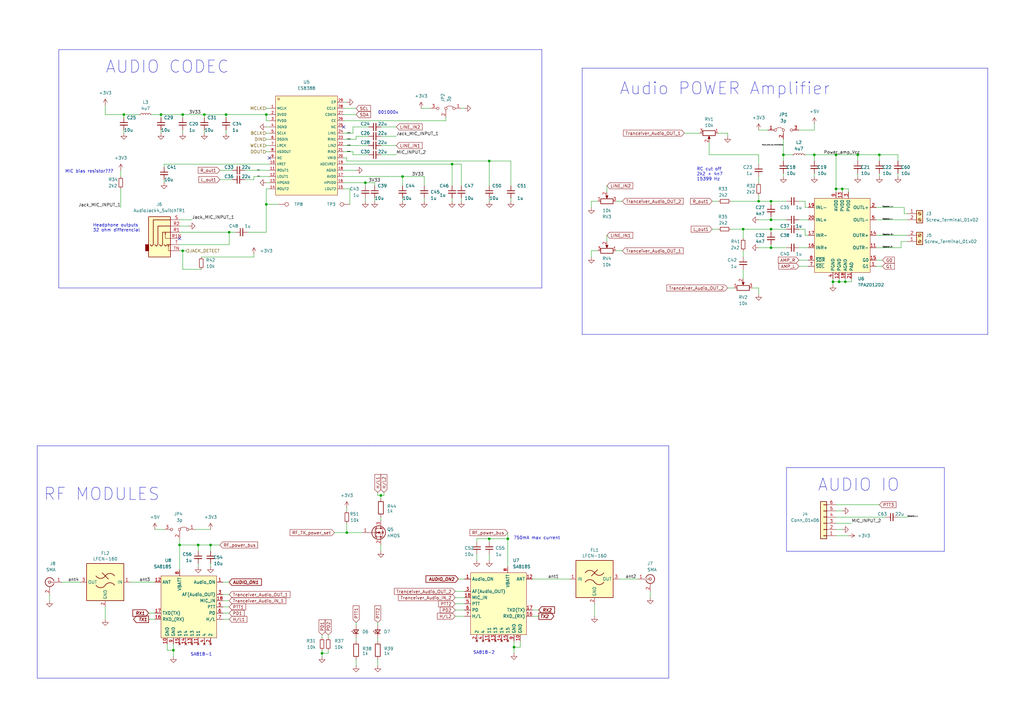
<source format=kicad_sch>
(kicad_sch (version 20230121) (generator eeschema)
  (paper "A3")
  (title_block (title "Cross band handy walkie talkie V2") (date "2023-03-19") (comment 1 "Author: Kecs Robert Alfred") (comment 2 "Reviewed by: Andreas Spiess"))
  (junction (at 316.23 101.6))
  (junction (at 351.79 63.5))
  (junction (at 344.17 115.57))
  (junction (at 92.71 46.99))
  (junction (at 74.93 46.99))
  (junction (at 83.82 46.99))
  (junction (at 81.28 223.52))
  (junction (at 342.9 63.5))
  (junction (at 73.66 223.52))
  (junction (at 341.63 115.57))
  (junction (at 66.04 46.99))
  (junction (at 210.82 265.43))
  (junction (at 321.31 63.5))
  (junction (at 156.21 203.2))
  (junction (at 304.8 93.98))
  (junction (at 208.28 220.98))
  (junction (at 71.12 266.7))
  (junction (at 109.22 83.82))
  (junction (at 316.23 90.17))
  (junction (at 200.66 66.04))
  (junction (at 132.08 267.97))
  (junction (at 149.86 74.93))
  (junction (at 50.8 46.99))
  (junction (at 165.1 72.39))
  (junction (at 316.23 82.55))
  (junction (at 346.71 115.57))
  (junction (at 334.01 63.5))
  (junction (at 109.22 46.99))
  (junction (at 342.9 77.47))
  (junction (at 360.68 63.5))
  (junction (at 93.98 95.25))
  (junction (at 316.23 93.98))
  (junction (at 311.15 82.55))
  (junction (at 185.42 67.31))
  (junction (at 74.93 102.87))
  (junction (at 200.66 220.98))
  (junction (at 345.44 77.47))
  (junction (at 86.36 223.52))
  (junction (at 142.24 218.44))
  (no_connect (at 110.49 64.77))
  (no_connect (at 73.66 97.79))
  (no_connect (at 140.97 52.07))
  (wire (pts (xy 334.01 63.5) (xy 334.01 66.04)))
  (wire (pts (xy 242.57 82.55) (xy 245.11 82.55)))
  (wire (pts (xy 242.57 82.55) (xy 242.57 85.09)))
  (wire (pts (xy 49.53 69.85) (xy 49.53 72.39)))
  (wire (pts (xy 334.01 50.8) (xy 334.01 53.34)))
  (wire (pts (xy 342.9 207.01) (xy 360.68 207.01)))
  (polyline (pts (xy 274.32 182.88) (xy 274.32 278.13)))
  (wire (pts (xy 347.98 219.71) (xy 342.9 219.71)))
  (wire (pts (xy 156.21 203.2) (xy 156.21 204.47)))
  (wire (pts (xy 67.31 67.31) (xy 110.49 67.31)))
  (wire (pts (xy 210.82 262.89) (xy 210.82 265.43)))
  (wire (pts (xy 243.84 252.73) (xy 243.84 247.65)))
  (wire (pts (xy 109.22 54.61) (xy 110.49 54.61)))
  (wire (pts (xy 345.44 217.17) (xy 342.9 217.17)))
  (wire (pts (xy 109.22 83.82) (xy 109.22 95.25)))
  (wire (pts (xy 347.98 77.47) (xy 347.98 78.74)))
  (wire (pts (xy 104.14 72.39) (xy 104.14 73.66)))
  (wire (pts (xy 81.28 231.14) (xy 81.28 232.41)))
  (wire (pts (xy 104.14 73.66) (xy 100.33 73.66)))
  (wire (pts (xy 132.08 260.35) (xy 132.08 261.62)))
  (wire (pts (xy 83.82 53.34) (xy 83.82 54.61)))
  (wire (pts (xy 73.66 90.17) (xy 78.74 90.17)))
  (wire (pts (xy 92.71 46.99) (xy 109.22 46.99)))
  (wire (pts (xy 86.36 223.52) (xy 90.17 223.52)))
  (wire (pts (xy 189.23 81.28) (xy 189.23 82.55)))
  (wire (pts (xy 189.23 44.45) (xy 190.5 44.45)))
  (wire (pts (xy 154.94 201.93) (xy 154.94 203.2)))
  (wire (pts (xy 140.97 59.69) (xy 151.13 59.69)))
  (polyline (pts (xy 24.13 118.11) (xy 222.25 118.11)))
  (wire (pts (xy 316.23 93.98) (xy 322.58 93.98)))
  (wire (pts (xy 351.79 63.5) (xy 360.68 63.5)))
  (wire (pts (xy 156.21 63.5) (xy 162.56 63.5)))
  (wire (pts (xy 370.84 85.09) (xy 370.84 87.63)))
  (wire (pts (xy 173.99 76.2) (xy 173.99 72.39)))
  (wire (pts (xy 195.58 220.98) (xy 200.66 220.98)))
  (polyline (pts (xy 387.35 226.06) (xy 322.58 226.06)))
  (wire (pts (xy 311.15 80.01) (xy 311.15 82.55)))
  (wire (pts (xy 132.08 266.7) (xy 132.08 267.97)))
  (wire (pts (xy 33.02 238.76) (xy 25.4 238.76)))
  (wire (pts (xy 68.58 266.7) (xy 71.12 266.7)))
  (wire (pts (xy 316.23 101.6) (xy 322.58 101.6)))
  (wire (pts (xy 140.97 74.93) (xy 149.86 74.93)))
  (wire (pts (xy 341.63 114.3) (xy 341.63 115.57)))
  (wire (pts (xy 359.41 90.17) (xy 372.11 90.17)))
  (wire (pts (xy 144.78 52.07) (xy 151.13 52.07)))
  (wire (pts (xy 73.66 223.52) (xy 81.28 223.52)))
  (wire (pts (xy 316.23 88.9) (xy 316.23 90.17)))
  (wire (pts (xy 109.22 77.47) (xy 110.49 77.47)))
  (wire (pts (xy 165.1 81.28) (xy 165.1 82.55)))
  (wire (pts (xy 200.66 66.04) (xy 200.66 76.2)))
  (wire (pts (xy 304.8 93.98) (xy 316.23 93.98)))
  (wire (pts (xy 50.8 46.99) (xy 50.8 48.26)))
  (wire (pts (xy 66.04 46.99) (xy 74.93 46.99)))
  (wire (pts (xy 140.97 64.77) (xy 142.24 64.77)))
  (wire (pts (xy 20.32 243.84) (xy 20.32 246.38)))
  (wire (pts (xy 142.24 64.77) (xy 142.24 66.04)))
  (polyline (pts (xy 322.58 226.06) (xy 322.58 191.77)))
  (wire (pts (xy 93.98 254) (xy 91.44 254)))
  (wire (pts (xy 71.12 266.7) (xy 71.12 269.24)))
  (wire (pts (xy 195.58 227.33) (xy 195.58 229.87)))
  (wire (pts (xy 144.78 54.61) (xy 144.78 52.07)))
  (wire (pts (xy 311.15 118.11) (xy 311.15 120.65)))
  (wire (pts (xy 248.92 76.2) (xy 248.92 78.74)))
  (wire (pts (xy 66.04 53.34) (xy 66.04 54.61)))
  (wire (pts (xy 292.1 93.98) (xy 294.64 93.98)))
  (wire (pts (xy 104.14 105.41) (xy 82.55 105.41)))
  (wire (pts (xy 109.22 49.53) (xy 109.22 46.99)))
  (polyline (pts (xy 24.13 20.32) (xy 24.13 118.11)))
  (wire (pts (xy 140.97 41.91) (xy 142.24 41.91)))
  (wire (pts (xy 209.55 66.04) (xy 200.66 66.04)))
  (wire (pts (xy 176.53 44.45) (xy 172.72 44.45)))
  (polyline (pts (xy 274.32 278.13) (xy 15.24 278.13)))
  (wire (pts (xy 360.68 63.5) (xy 368.3 63.5)))
  (wire (pts (xy 162.56 55.88) (xy 156.21 55.88)))
  (wire (pts (xy 144.78 62.23) (xy 140.97 62.23)))
  (wire (pts (xy 63.5 251.46) (xy 60.96 251.46)))
  (wire (pts (xy 341.63 115.57) (xy 344.17 115.57)))
  (polyline (pts (xy 387.35 191.77) (xy 387.35 226.06)))
  (wire (pts (xy 334.01 71.12) (xy 334.01 72.39)))
  (wire (pts (xy 255.27 102.87) (xy 252.73 102.87)))
  (wire (pts (xy 43.18 254) (xy 43.18 248.92)))
  (wire (pts (xy 90.17 69.85) (xy 95.25 69.85)))
  (wire (pts (xy 153.67 81.28) (xy 153.67 82.55)))
  (wire (pts (xy 290.83 63.5) (xy 290.83 58.42)))
  (polyline (pts (xy 322.58 191.77) (xy 363.22 191.77)))
  (wire (pts (xy 156.21 203.2) (xy 157.48 203.2)))
  (polyline (pts (xy 405.13 137.16) (xy 405.13 27.94)))
  (wire (pts (xy 341.63 115.57) (xy 341.63 116.84)))
  (wire (pts (xy 331.47 90.17) (xy 327.66 90.17)))
  (wire (pts (xy 50.8 46.99) (xy 57.15 46.99)))
  (wire (pts (xy 146.05 255.27) (xy 146.05 256.54)))
  (wire (pts (xy 321.31 57.15) (xy 321.31 63.5)))
  (wire (pts (xy 73.66 95.25) (xy 93.98 95.25)))
  (wire (pts (xy 209.55 81.28) (xy 209.55 82.55)))
  (wire (pts (xy 369.57 99.06) (xy 369.57 101.6)))
  (wire (pts (xy 195.58 220.98) (xy 195.58 222.25)))
  (wire (pts (xy 110.49 49.53) (xy 109.22 49.53)))
  (wire (pts (xy 93.98 95.25) (xy 93.98 100.33)))
  (wire (pts (xy 368.3 71.12) (xy 368.3 72.39)))
  (wire (pts (xy 218.44 252.73) (xy 220.98 252.73)))
  (wire (pts (xy 327.66 106.68) (xy 331.47 106.68)))
  (wire (pts (xy 73.66 92.71) (xy 77.47 92.71)))
  (wire (pts (xy 316.23 90.17) (xy 322.58 90.17)))
  (wire (pts (xy 316.23 82.55) (xy 316.23 83.82)))
  (wire (pts (xy 299.72 82.55) (xy 311.15 82.55)))
  (wire (pts (xy 73.66 100.33) (xy 93.98 100.33)))
  (wire (pts (xy 351.79 63.5) (xy 351.79 66.04)))
  (wire (pts (xy 330.2 85.09) (xy 331.47 85.09)))
  (wire (pts (xy 311.15 118.11) (xy 308.61 118.11)))
  (wire (pts (xy 349.25 114.3) (xy 349.25 115.57)))
  (wire (pts (xy 342.9 63.5) (xy 342.9 77.47)))
  (wire (pts (xy 92.71 53.34) (xy 92.71 54.61)))
  (wire (pts (xy 330.2 63.5) (xy 334.01 63.5)))
  (wire (pts (xy 342.9 212.09) (xy 363.22 212.09)))
  (wire (pts (xy 140.97 49.53) (xy 182.88 49.53)))
  (wire (pts (xy 50.8 53.34) (xy 50.8 54.61)))
  (wire (pts (xy 209.55 76.2) (xy 209.55 66.04)))
  (wire (pts (xy 156.21 59.69) (xy 162.56 59.69)))
  (wire (pts (xy 311.15 72.39) (xy 311.15 74.93)))
  (polyline (pts (xy 151.13 182.88) (xy 274.32 182.88)))
  (wire (pts (xy 157.48 201.93) (xy 157.48 203.2)))
  (wire (pts (xy 248.92 96.52) (xy 248.92 99.06)))
  (wire (pts (xy 93.98 248.92) (xy 91.44 248.92)))
  (wire (pts (xy 213.36 262.89) (xy 213.36 265.43)))
  (wire (pts (xy 137.16 218.44) (xy 142.24 218.44)))
  (wire (pts (xy 200.66 220.98) (xy 200.66 222.25)))
  (wire (pts (xy 73.66 223.52) (xy 73.66 233.68)))
  (wire (pts (xy 134.62 267.97) (xy 132.08 267.97)))
  (wire (pts (xy 149.86 74.93) (xy 153.67 74.93)))
  (wire (pts (xy 74.93 102.87) (xy 74.93 110.49)))
  (wire (pts (xy 66.04 46.99) (xy 66.04 48.26)))
  (wire (pts (xy 146.05 270.51) (xy 146.05 273.05)))
  (wire (pts (xy 68.58 266.7) (xy 68.58 264.16)))
  (wire (pts (xy 346.71 115.57) (xy 349.25 115.57)))
  (wire (pts (xy 189.23 67.31) (xy 189.23 76.2)))
  (wire (pts (xy 74.93 102.87) (xy 73.66 102.87)))
  (polyline (pts (xy 238.76 27.94) (xy 238.76 137.16)))
  (wire (pts (xy 86.36 223.52) (xy 86.36 226.06)))
  (wire (pts (xy 345.44 77.47) (xy 347.98 77.47)))
  (wire (pts (xy 142.24 209.55) (xy 142.24 208.28)))
  (wire (pts (xy 149.86 74.93) (xy 149.86 76.2)))
  (wire (pts (xy 86.36 231.14) (xy 86.36 232.41)))
  (wire (pts (xy 266.7 242.57) (xy 266.7 245.11)))
  (wire (pts (xy 185.42 67.31) (xy 189.23 67.31)))
  (wire (pts (xy 100.33 69.85) (xy 110.49 69.85)))
  (wire (pts (xy 154.94 255.27) (xy 154.94 256.54)))
  (wire (pts (xy 109.22 62.23) (xy 110.49 62.23)))
  (wire (pts (xy 154.94 270.51) (xy 154.94 273.05)))
  (wire (pts (xy 213.36 265.43) (xy 210.82 265.43)))
  (wire (pts (xy 114.3 83.82) (xy 109.22 83.82)))
  (wire (pts (xy 330.2 82.55) (xy 327.66 82.55)))
  (wire (pts (xy 93.98 243.84) (xy 91.44 243.84)))
  (wire (pts (xy 93.98 251.46) (xy 91.44 251.46)))
  (wire (pts (xy 74.93 102.87) (xy 76.2 102.87)))
  (wire (pts (xy 218.44 237.49) (xy 233.68 237.49)))
  (wire (pts (xy 242.57 102.87) (xy 245.11 102.87)))
  (wire (pts (xy 304.8 93.98) (xy 304.8 97.79)))
  (wire (pts (xy 74.93 46.99) (xy 74.93 48.26)))
  (wire (pts (xy 242.57 102.87) (xy 242.57 105.41)))
  (wire (pts (xy 63.5 254) (xy 60.96 254)))
  (wire (pts (xy 299.72 93.98) (xy 304.8 93.98)))
  (wire (pts (xy 369.57 99.06) (xy 372.11 99.06)))
  (wire (pts (xy 186.69 252.73) (xy 190.5 252.73)))
  (wire (pts (xy 331.47 101.6) (xy 327.66 101.6)))
  (wire (pts (xy 134.62 266.7) (xy 134.62 267.97)))
  (wire (pts (xy 298.45 54.61) (xy 294.64 54.61)))
  (wire (pts (xy 200.66 220.98) (xy 208.28 220.98)))
  (wire (pts (xy 311.15 90.17) (xy 316.23 90.17)))
  (wire (pts (xy 140.97 69.85) (xy 146.05 69.85)))
  (wire (pts (xy 173.99 81.28) (xy 173.99 82.55)))
  (wire (pts (xy 359.41 101.6) (xy 369.57 101.6)))
  (wire (pts (xy 359.41 96.52) (xy 372.11 96.52)))
  (wire (pts (xy 360.68 63.5) (xy 360.68 66.04)))
  (wire (pts (xy 92.71 48.26) (xy 92.71 46.99)))
  (wire (pts (xy 208.28 220.98) (xy 208.28 232.41)))
  (wire (pts (xy 330.2 93.98) (xy 327.66 93.98)))
  (wire (pts (xy 321.31 71.12) (xy 321.31 72.39)))
  (wire (pts (xy 43.18 46.99) (xy 43.18 43.18)))
  (wire (pts (xy 182.88 49.53) (xy 182.88 48.26)))
  (wire (pts (xy 316.23 82.55) (xy 322.58 82.55)))
  (wire (pts (xy 330.2 93.98) (xy 330.2 96.52)))
  (wire (pts (xy 143.51 77.47) (xy 143.51 83.82)))
  (wire (pts (xy 109.22 46.99) (xy 110.49 46.99)))
  (wire (pts (xy 81.28 223.52) (xy 86.36 223.52)))
  (wire (pts (xy 153.67 74.93) (xy 153.67 76.2)))
  (wire (pts (xy 185.42 81.28) (xy 185.42 82.55)))
  (wire (pts (xy 280.67 54.61) (xy 287.02 54.61)))
  (wire (pts (xy 140.97 57.15) (xy 146.05 57.15)))
  (wire (pts (xy 146.05 44.45) (xy 140.97 44.45)))
  (wire (pts (xy 334.01 63.5) (xy 342.9 63.5)))
  (wire (pts (xy 254 237.49) (xy 261.62 237.49)))
  (wire (pts (xy 62.23 46.99) (xy 66.04 46.99)))
  (wire (pts (xy 255.27 82.55) (xy 252.73 82.55)))
  (wire (pts (xy 370.84 87.63) (xy 372.11 87.63)))
  (wire (pts (xy 351.79 71.12) (xy 351.79 72.39)))
  (wire (pts (xy 156.21 223.52) (xy 156.21 226.06)))
  (wire (pts (xy 346.71 114.3) (xy 346.71 115.57)))
  (wire (pts (xy 73.66 220.98) (xy 73.66 223.52)))
  (wire (pts (xy 344.17 115.57) (xy 346.71 115.57)))
  (wire (pts (xy 368.3 63.5) (xy 368.3 66.04)))
  (wire (pts (xy 345.44 77.47) (xy 345.44 78.74)))
  (wire (pts (xy 81.28 223.52) (xy 81.28 226.06)))
  (wire (pts (xy 140.97 77.47) (xy 143.51 77.47)))
  (wire (pts (xy 67.31 73.66) (xy 67.31 74.93)))
  (wire (pts (xy 311.15 101.6) (xy 316.23 101.6)))
  (wire (pts (xy 109.22 57.15) (xy 110.49 57.15)))
  (wire (pts (xy 314.96 53.34) (xy 311.15 53.34)))
  (polyline (pts (xy 15.24 278.13) (xy 15.24 182.88)))
  (wire (pts (xy 110.49 72.39) (xy 104.14 72.39)))
  (wire (pts (xy 185.42 67.31) (xy 185.42 76.2)))
  (wire (pts (xy 93.98 246.38) (xy 91.44 246.38)))
  (wire (pts (xy 321.31 63.5) (xy 325.12 63.5)))
  (wire (pts (xy 90.17 73.66) (xy 95.25 73.66)))
  (wire (pts (xy 83.82 46.99) (xy 83.82 48.26)))
  (wire (pts (xy 109.22 77.47) (xy 109.22 83.82)))
  (wire (pts (xy 370.84 85.09) (xy 359.41 85.09)))
  (wire (pts (xy 321.31 63.5) (xy 321.31 66.04)))
  (wire (pts (xy 154.94 203.2) (xy 156.21 203.2)))
  (polyline (pts (xy 222.25 118.11) (xy 222.25 20.32)))
  (wire (pts (xy 132.08 267.97) (xy 132.08 269.24)))
  (wire (pts (xy 360.68 71.12) (xy 360.68 72.39)))
  (wire (pts (xy 311.15 63.5) (xy 290.83 63.5)))
  (wire (pts (xy 146.05 261.62) (xy 146.05 262.89)))
  (wire (pts (xy 74.93 53.34) (xy 74.93 54.61)))
  (wire (pts (xy 146.05 46.99) (xy 140.97 46.99)))
  (wire (pts (xy 342.9 77.47) (xy 345.44 77.47)))
  (wire (pts (xy 311.15 82.55) (xy 316.23 82.55)))
  (wire (pts (xy 330.2 96.52) (xy 331.47 96.52)))
  (wire (pts (xy 200.66 227.33) (xy 200.66 229.87)))
  (wire (pts (xy 173.99 72.39) (xy 165.1 72.39)))
  (wire (pts (xy 101.6 95.25) (xy 109.22 95.25)))
  (polyline (pts (xy 363.22 191.77) (xy 387.35 191.77)))
  (wire (pts (xy 142.24 66.04) (xy 200.66 66.04)))
  (wire (pts (xy 91.44 238.76) (xy 93.98 238.76)))
  (wire (pts (xy 342.9 209.55) (xy 345.44 209.55)))
  (wire (pts (xy 200.66 81.28) (xy 200.66 82.55)))
  (wire (pts (xy 53.34 238.76) (xy 63.5 238.76)))
  (wire (pts (xy 74.93 46.99) (xy 83.82 46.99)))
  (wire (pts (xy 298.45 54.61) (xy 298.45 55.88)))
  (wire (pts (xy 342.9 77.47) (xy 342.9 78.74)))
  (wire (pts (xy 292.1 82.55) (xy 294.64 82.55)))
  (polyline (pts (xy 238.76 137.16) (xy 405.13 137.16)))
  (polyline (pts (xy 238.76 27.94) (xy 405.13 27.94)))
  (wire (pts (xy 140.97 54.61) (xy 144.78 54.61)))
  (wire (pts (xy 187.96 237.49) (xy 190.5 237.49)))
  (wire (pts (xy 151.13 63.5) (xy 144.78 63.5)))
  (wire (pts (xy 74.93 110.49) (xy 82.55 110.49)))
  (wire (pts (xy 327.66 109.22) (xy 331.47 109.22)))
  (wire (pts (xy 368.3 212.09) (xy 372.11 212.09)))
  (wire (pts (xy 186.69 242.57) (xy 190.5 242.57)))
  (wire (pts (xy 342.9 63.5) (xy 351.79 63.5)))
  (wire (pts (xy 146.05 57.15) (xy 146.05 55.88)))
  (wire (pts (xy 330.2 82.55) (xy 330.2 85.09)))
  (wire (pts (xy 311.15 63.5) (xy 311.15 67.31)))
  (wire (pts (xy 208.28 218.44) (xy 208.28 220.98)))
  (wire (pts (xy 109.22 74.93) (xy 110.49 74.93)))
  (wire (pts (xy 210.82 265.43) (xy 210.82 267.97)))
  (polyline (pts (xy 15.24 182.88) (xy 151.13 182.88)))
  (wire (pts (xy 43.18 46.99) (xy 50.8 46.99)))
  (wire (pts (xy 165.1 72.39) (xy 165.1 76.2)))
  (wire (pts (xy 134.62 260.35) (xy 134.62 261.62)))
  (wire (pts (xy 110.49 52.07) (xy 109.22 52.07)))
  (wire (pts (xy 162.56 52.07) (xy 156.21 52.07)))
  (wire (pts (xy 142.24 218.44) (xy 148.59 218.44)))
  (wire (pts (xy 71.12 266.7) (xy 71.12 264.16)))
  (wire (pts (xy 104.14 105.41) (xy 104.14 104.14)))
  (wire (pts (xy 140.97 67.31) (xy 185.42 67.31)))
  (wire (pts (xy 334.01 53.34) (xy 327.66 53.34)))
  (wire (pts (xy 86.36 217.17) (xy 80.01 217.17)))
  (wire (pts (xy 186.69 245.11) (xy 190.5 245.11)))
  (wire (pts (xy 83.82 46.99) (xy 92.71 46.99)))
  (wire (pts (xy 361.95 106.68) (xy 359.41 106.68)))
  (wire (pts (xy 342.9 214.63) (xy 349.25 214.63)))
  (wire (pts (xy 146.05 55.88) (xy 151.13 55.88)))
  (wire (pts (xy 304.8 110.49) (xy 304.8 114.3)))
  (wire (pts (xy 144.78 63.5) (xy 144.78 62.23)))
  (wire (pts (xy 186.69 250.19) (xy 190.5 250.19)))
  (wire (pts (xy 186.69 247.65) (xy 190.5 247.65)))
  (wire (pts (xy 304.8 102.87) (xy 304.8 105.41)))
  (wire (pts (xy 93.98 95.25) (xy 96.52 95.25)))
  (wire (pts (xy 154.94 261.62) (xy 154.94 262.89)))
  (wire (pts (xy 140.97 72.39) (xy 165.1 72.39)))
  (wire (pts (xy 109.22 59.69) (xy 110.49 59.69)))
  (wire (pts (xy 149.86 81.28) (xy 149.86 82.55)))
  (wire (pts (xy 156.21 212.09) (xy 156.21 213.36)))
  (wire (pts (xy 298.45 118.11) (xy 300.99 118.11)))
  (wire (pts (xy 218.44 250.19) (xy 220.98 250.19)))
  (wire (pts (xy 344.17 114.3) (xy 344.17 115.57)))
  (wire (pts (xy 142.24 214.63) (xy 142.24 218.44)))
  (wire (pts (xy 361.95 109.22) (xy 359.41 109.22)))
  (polyline (pts (xy 24.13 20.32) (xy 222.25 20.32)))
  (wire (pts (xy 316.23 100.33) (xy 316.23 101.6)))
  (wire (pts (xy 63.5 217.17) (xy 67.31 217.17)))
  (wire (pts (xy 49.53 85.09) (xy 49.53 77.47)))
  (wire (pts (xy 316.23 93.98) (xy 316.23 95.25)))
  (wire (pts (xy 67.31 67.31) (xy 67.31 68.58)))
  (wire (pts (xy 109.22 44.45) (xy 110.49 44.45)))
  (text "AUDIO IO" (at 335.28 201.93 0) (effects (font (size 5 5)) (justify left bottom)))
  (text "RC cut off\n2k2 + 4n7\n15399 Hz" (at 285.75 74.295 0) (effects (font (size 1.27 1.27)) (justify left bottom)))
  (text "SA818-1\n" (at 78.105 269.24 0) (effects (font (size 1.27 1.27)) (justify left bottom)))
  (text "Headphone outputs\n32 ohm differencial" (at 38.1 95.25 0) (effects (font (size 1.27 1.27)) (justify left bottom)))
  (text "001000x" (at 154.94 46.99 0) (effects (font (size 1.27 1.27)) (justify left bottom)))
  (text "Audio POWER Amplifier" (at 254 39.37 0) (effects (font (size 5 5)) (justify left bottom)))
  (text "MIC bias resistor???\n" (at 26.67 71.12 0) (effects (font (size 1.27 1.27)) (justify left bottom)))
  (text "RF MODULES" (at 17.78 205.74 0) (effects (font (size 5 5)) (justify left bottom)))
  (text "750mA max current" (at 210.566 221.488 0) (effects (font (size 1.27 1.27)) (justify left bottom)))
  (text "AUDIO CODEC" (at 43.18 30.48 0) (effects (font (size 5 5)) (justify left bottom)))
  (text "SA818-2\n" (at 194.056 268.478 0) (effects (font (size 1.27 1.27)) (justify left bottom)))
  (label "3V33" (at 151.13 74.93 0))
  (label "Speaker_L+" (at 372.11 212.09 0) (effects (font (size 0.5 0.5))))
  (label "ant4" (at 27.94 238.76 0))
  (label "Speaker_L+" (at 361.95 85.09 0) (effects (font (size 0.5 0.5))))
  (label "ant2" (at 256.54 237.49 0))
  (label "3V33" (at 77.47 46.99 0))
  (label "Jack_MIC_INPUT_1" (at 78.74 90.17 0))
  (label "Jack_MIC_INPUT_1" (at 49.53 85.09 180))
  (label "ant3" (at 57.15 238.76 0))
  (label "R_out1_" (at 105.41 69.85 0) (effects (font (size 0.2 0.2))))
  (label "Speaker_R+" (at 361.95 96.52 0) (effects (font (size 0.5 0.5))))
  (label "A_audio_3" (at 142.24 59.69 0) (effects (font (size 0.2 0.2))))
  (label "L_out1_" (at 105.41 72.39 0) (effects (font (size 0.2 0.2))))
  (label "Power_amp_Vcc_intermediate" (at 321.31 59.69 180) (effects (font (size 0.4 0.4))))
  (label "A_audio_2" (at 142.24 57.15 0) (effects (font (size 0.2 0.2))))
  (label "Jack_MIC_INPUT_1" (at 162.56 55.88 0))
  (label "MIC_INPUT_2" (at 349.25 214.63 0))
  (label "Speaker_R-" (at 361.95 101.6 0) (effects (font (size 0.5 0.5))))
  (label "Speaker_L-" (at 361.95 90.17 0) (effects (font (size 0.5 0.5))))
  (label "3V33" (at 168.91 72.39 0))
  (label "Power_amp_Vcc" (at 337.82 63.5 0))
  (label "A_audio_4" (at 142.24 62.23 0) (effects (font (size 0.2 0.2))))
  (label "MIC_INPUT_2" (at 162.56 63.5 0))
  (label "ant1" (at 224.79 237.49 0))
  (label "A_audio_1" (at 142.24 54.61 0) (effects (font (size 0.2 0.2))))
  (global_label "LINE_IN1" (shape input) (at 248.92 96.52 0) (property "Intersheetrefs" "${INTERSHEET_REFS}" (effects hide)))
  (global_label "LINE_IN2" (shape input) (at 248.92 76.2 0) (property "Intersheetrefs" "${INTERSHEET_REFS}" (effects hide)))
  (global_label "PTT2" (shape input) (at 186.69 247.65 180) (property "Intersheetrefs" "${INTERSHEET_REFS}" (effects hide)))
  (global_label "PTT1" (shape input) (at 146.05 255.27 90) (property "Intersheetrefs" "${INTERSHEET_REFS}" (effects hide)))
  (global_label "L_out1" (shape input) (at 292.1 93.98 180) (property "Intersheetrefs" "${INTERSHEET_REFS}" (effects hide)))
  (global_label "LINE_IN1" (shape input) (at 162.56 59.69 0) (property "Intersheetrefs" "${INTERSHEET_REFS}" (effects hide)))
  (global_label "TX1" (shape output) (at 60.96 254 180) (effects (font (thickness 0.254) bold italic)) (property "Intersheetrefs" "${INTERSHEET_REFS}" (effects hide)))
  (global_label "AUDIO_ON2" (shape input) (at 187.96 237.49 180) (effects (font (thickness 0.254) bold italic)) (property "Intersheetrefs" "${INTERSHEET_REFS}" (effects hide)))
  (global_label "RX2" (shape input) (at 220.98 250.19 0) (effects (font (thickness 0.254) bold italic)) (property "Intersheetrefs" "${INTERSHEET_REFS}" (effects hide)))
  (global_label "PD2" (shape input) (at 186.69 250.19 180) (property "Intersheetrefs" "${INTERSHEET_REFS}" (effects hide)))
  (global_label "RF_power_bus" (shape input) (at 208.28 218.44 180) (property "Intersheetrefs" "${INTERSHEET_REFS}" (effects hide)))
  (global_label "H{slash}L1" (shape input) (at 154.94 201.93 90) (property "Intersheetrefs" "${INTERSHEET_REFS}" (effects hide)))
  (global_label "G0" (shape input) (at 361.95 106.68 0) (property "Intersheetrefs" "${INTERSHEET_REFS}" (effects hide)))
  (global_label "AMP_L" (shape input) (at 327.66 109.22 180) (property "Intersheetrefs" "${INTERSHEET_REFS}" (effects hide)))
  (global_label "G1" (shape input) (at 361.95 109.22 0) (property "Intersheetrefs" "${INTERSHEET_REFS}" (effects hide)))
  (global_label "Tranceiver_Audio_OUT_2" (shape input) (at 255.27 82.55 0) (property "Intersheetrefs" "${INTERSHEET_REFS}" (effects hide)))
  (global_label "PD1" (shape input) (at 93.98 251.46 0) (property "Intersheetrefs" "${INTERSHEET_REFS}" (effects hide)))
  (global_label "AUDIO_ON1" (shape input) (at 93.98 238.76 0) (effects (font (thickness 0.254) bold italic)) (property "Intersheetrefs" "${INTERSHEET_REFS}" (effects hide)))
  (global_label "Tranceiver_Audio_OUT_1" (shape input) (at 93.98 243.84 0) (property "Intersheetrefs" "${INTERSHEET_REFS}" (effects hide)))
  (global_label "PTT1" (shape input) (at 93.98 248.92 0) (property "Intersheetrefs" "${INTERSHEET_REFS}" (effects hide)))
  (global_label "H{slash}L1" (shape input) (at 93.98 254 0) (property "Intersheetrefs" "${INTERSHEET_REFS}" (effects hide)))
  (global_label "PTT3" (shape input) (at 360.68 207.01 0) (property "Intersheetrefs" "${INTERSHEET_REFS}" (effects hide)))
  (global_label "Tranceiver_Audio_OUT_1" (shape input) (at 255.27 102.87 0) (property "Intersheetrefs" "${INTERSHEET_REFS}" (effects hide)))
  (global_label "Tranceiver_Audio_OUT_2" (shape input) (at 298.45 118.11 180) (property "Intersheetrefs" "${INTERSHEET_REFS}" (effects hide)))
  (global_label "H{slash}L2" (shape input) (at 186.69 252.73 180) (property "Intersheetrefs" "${INTERSHEET_REFS}" (effects hide)))
  (global_label "SCL" (shape input) (at 146.05 44.45 0) (property "Intersheetrefs" "${INTERSHEET_REFS}" (effects hide)))
  (global_label "TX2" (shape output) (at 220.98 252.73 0) (effects (font (thickness 0.254) bold italic)) (property "Intersheetrefs" "${INTERSHEET_REFS}" (effects hide)))
  (global_label "PTT2" (shape input) (at 154.94 255.27 90) (property "Intersheetrefs" "${INTERSHEET_REFS}" (effects hide)))
  (global_label "Tranceiver_Audio_IN_2" (shape input) (at 186.69 245.11 180) (property "Intersheetrefs" "${INTERSHEET_REFS}" (effects hide)))
  (global_label "H{slash}L2" (shape input) (at 157.48 201.93 90) (property "Intersheetrefs" "${INTERSHEET_REFS}" (effects hide)))
  (global_label "RF_power_bus" (shape input) (at 90.17 223.52 0) (property "Intersheetrefs" "${INTERSHEET_REFS}" (effects hide)))
  (global_label "AMP_R" (shape input) (at 327.66 106.68 180) (property "Intersheetrefs" "${INTERSHEET_REFS}" (effects hide)))
  (global_label "Tranceiver_Audio_OUT_2" (shape input) (at 186.69 242.57 180) (property "Intersheetrefs" "${INTERSHEET_REFS}" (effects hide)))
  (global_label "L_out1" (shape input) (at 90.17 73.66 180) (property "Intersheetrefs" "${INTERSHEET_REFS}" (effects hide)))
  (global_label "Tranceiver_Audio_OUT_1" (shape input) (at 280.67 54.61 180) (property "Intersheetrefs" "${INTERSHEET_REFS}" (effects hide)))
  (global_label "RX1" (shape input) (at 60.96 251.46 180) (effects (font (thickness 0.254) bold italic)) (property "Intersheetrefs" "${INTERSHEET_REFS}" (effects hide)))
  (global_label "PD2" (shape input) (at 134.62 260.35 90) (property "Intersheetrefs" "${INTERSHEET_REFS}" (effects hide)))
  (global_label "Tranceiver_Audio_IN_1" (shape input) (at 93.98 246.38 0) (property "Intersheetrefs" "${INTERSHEET_REFS}" (effects hide)))
  (global_label "LINE_IN2" (shape input) (at 162.56 52.07 0) (property "Intersheetrefs" "${INTERSHEET_REFS}" (effects hide)))
  (global_label "PD1" (shape input) (at 132.08 260.35 90) (property "Intersheetrefs" "${INTERSHEET_REFS}" (effects hide)))
  (global_label "SDA" (shape input) (at 146.05 46.99 0) (property "Intersheetrefs" "${INTERSHEET_REFS}" (effects hide)))
  (global_label "R_out1" (shape input) (at 90.17 69.85 180) (property "Intersheetrefs" "${INTERSHEET_REFS}" (effects hide)))
  (global_label "R_out1" (shape input) (at 292.1 82.55 180) (property "Intersheetrefs" "${INTERSHEET_REFS}" (effects hide)))
  (global_label "RF_TX_power_set" (shape input) (at 137.16 218.44 180) (property "Intersheetrefs" "${INTERSHEET_REFS}" (effects hide)))
  (hierarchical_label "JACK_DETECT" (shape input) (at 76.2 102.87 0))
  (hierarchical_label "DOUT" (shape input) (at 109.22 62.23 180))
  (hierarchical_label "MCLK" (shape input) (at 109.22 44.45 180))
  (hierarchical_label "WCLK" (shape input) (at 109.22 59.69 180))
  (hierarchical_label "BCLK" (shape input) (at 109.22 54.61 180))
  (hierarchical_label "DIN" (shape input) (at 109.22 57.15 180))
  (symbol (lib_id "Device:C_Small") (at 325.12 82.55 90) (mirror x) (unit 1)
    (property "Reference" "C35" (at 323.85 85.09 90) (effects (justify left)))
    (property "Value" "1u" (at 328.93 85.09 90) (effects (justify left)))
    (property "Footprint" "Capacitor_SMD:C_0402_1005Metric" (effects hide))
    (property "Datasheet" "https://jlcpcb.com/partdetail/16531-CL10A105KB8NNNC/C15849" (effects hide))
    (property "LCSC" "C52923" (effects hide))
  )
  (symbol (lib_id "Device:R") (at 154.94 266.7 0) (unit 1)
    (property "Reference" "R39" (at 157.48 266.065 0) (effects (justify left)))
    (property "Value" "1k" (at 157.48 267.97 0) (effects (justify left)))
    (property "Footprint" "Resistor_SMD:R_0603_1608Metric" (effects hide))
    (property "Datasheet" "https://datasheet.lcsc.com/lcsc/1811022111_UNI-ROYAL-Uniroyal-Elec-0805W8F1001T5E_C17513.pdf" (effects hide))
    (property "LCSC" "C21190" (effects hide))
  )
  (symbol (lib_id "power:GND") (at 190.5 44.45 90) (mirror x) (unit 1)
    (property "Reference" "#PWR056" (effects hide))
    (property "Value" "GND" (effects hide))
  )
  (symbol (lib_id "Device:C_Small") (at 81.28 228.6 0) (mirror y) (unit 1)
    (property "Reference" "C56" (at 78.74 227.33 0) (effects (justify left)))
    (property "Value" "1u" (at 78.74 229.87 0) (effects (justify left)))
    (property "Footprint" "Capacitor_SMD:C_0603_1608Metric_Pad1.08x0.95mm_HandSolder" (effects hide))
    (property "Datasheet" "https://jlcpcb.com/partdetail/16531-CL10A105KB8NNNC/C15849" (effects hide))
    (property "LCSC" "C15849" (effects hide))
  )
  (symbol (lib_id "power:GND") (at 351.79 72.39 0) (mirror y) (unit 1)
    (property "Reference" "#PWR052" (effects hide))
    (property "Value" "GND" (effects hide))
  )
  (symbol (lib_id "power:GND") (at 321.31 72.39 0) (mirror y) (unit 1)
    (property "Reference" "#PWR050" (effects hide))
    (property "Value" "GND" (effects hide))
  )
  (symbol (lib_id "Connector:Screw_Terminal_01x02") (at 377.19 87.63 0) (unit 1)
    (property "Reference" "J3" (at 379.73 87.6299 0) (effects (justify left)))
    (property "Value" "Screw_Terminal_01x02" (at 379.73 90.1699 0) (effects (justify left)))
    (property "Footprint" "TerminalBlock_Altech:Altech_AK300_1x02_P5.00mm_45-Degree" (effects hide))
  )
  (symbol (lib_id "Device:C_Small") (at 334.01 68.58 0) (mirror y) (unit 1)
    (property "Reference" "C19" (at 339.09 68.58 0) (effects (justify left)))
    (property "Value" "10u" (at 339.09 71.12 0) (effects (justify left)))
    (property "Footprint" "Capacitor_SMD:C_0603_1608Metric" (effects hide))
    (property "LCSC" "C96446" (effects hide))
  )
  (symbol (lib_id "Connector:AudioJack4_SwitchTR1") (at 68.58 95.25 0) (unit 1)
    (property "Reference" "J6" (at 65.3415 83.82 0))
    (property "Value" "AudioJack4_SwitchTR1" (at 65.3415 86.36 0))
    (property "Footprint" "Z_mycustom_footprint_lib:PJ-316A-6A" (effects hide))
    (property "LCSC" "C128987" (effects hide))
  )
  (symbol (lib_id "power:GND") (at 66.04 54.61 0) (mirror y) (unit 1)
    (property "Reference" "#PWR060" (effects hide))
    (property "Value" "GND" (effects hide))
  )
  (symbol (lib_id "power:GND") (at 195.58 229.87 0) (unit 1)
    (property "Reference" "#PWR095" (effects hide))
    (property "Value" "GND" (effects hide))
  )
  (symbol (lib_id "Device:L_Small") (at 327.66 63.5 90) (unit 1)
    (property "Reference" "L2" (at 327.66 58.42 90))
    (property "Value" "4u7" (at 327.66 60.96 90))
    (property "Footprint" "Z_mycustom_footprint_lib:Inductor_2.5x2x1.2mm" (effects hide))
    (property "LCSC" "C602016" (effects hide))
  )
  (symbol (lib_id "power:GND") (at 149.86 82.55 0) (mirror y) (unit 1)
    (property "Reference" "#PWR069" (effects hide))
    (property "Value" "GND" (effects hide))
  )
  (symbol (lib_id "Device:R_Small") (at 297.18 82.55 90) (unit 1)
    (property "Reference" "R33" (at 298.45 77.47 90) (effects (justify left)))
    (property "Value" "2k2" (at 298.45 80.01 90) (effects (justify left)))
    (property "Footprint" "Resistor_SMD:R_0402_1005Metric" (effects hide))
    (property "LCSC" "C25879" (effects hide))
  )
  (symbol (lib_id "Device:C_Small") (at 153.67 78.74 0) (mirror y) (unit 1)
    (property "Reference" "C39" (at 158.75 76.2 0) (effects (justify left)))
    (property "Value" "10u" (at 157.48 81.28 0) (effects (justify left)))
    (property "Footprint" "Capacitor_SMD:C_0603_1608Metric" (effects hide))
    (property "LCSC" "C96446" (effects hide))
  )
  (symbol (lib_id "Device:C_Small") (at 86.36 228.6 0) (mirror y) (unit 1)
    (property "Reference" "C54" (at 91.44 228.6 0) (effects (justify left)))
    (property "Value" "10u" (at 91.44 231.14 0) (effects (justify left)))
    (property "Footprint" "Capacitor_SMD:C_0603_1608Metric" (effects hide))
    (property "LCSC" "C96446" (effects hide))
  )
  (symbol (lib_id "power:GND") (at 311.15 101.6 270) (unit 1)
    (property "Reference" "#PWR066" (effects hide))
    (property "Value" "GND" (effects hide))
  )
  (symbol (lib_id "power:GND") (at 156.21 226.06 0) (mirror y) (unit 1)
    (property "Reference" "#PWR0114" (effects hide))
    (property "Value" "GND" (effects hide))
  )
  (symbol (lib_id "Connector:TestPoint") (at 114.3 83.82 270) (unit 1) (in_bom no)
    (property "Reference" "TP8" (at 120.65 83.8199 90) (effects (justify left)))
    (property "Value" "TestPoint" (effects hide))
    (property "Footprint" "TestPoint:TestPoint_Pad_1.0x1.0mm" (effects hide))
  )
  (symbol (lib_id "Device:R_Small") (at 304.8 100.33 0) (unit 1)
    (property "Reference" "R41" (at 299.72 99.06 0) (effects (justify left)))
    (property "Value" "2k2" (at 299.72 101.6 0) (effects (justify left)))
    (property "Footprint" "Resistor_SMD:R_0402_1005Metric" (effects hide))
    (property "LCSC" "C25879" (effects hide))
  )
  (symbol (lib_id "Device:R_Small") (at 311.15 77.47 0) (unit 1)
    (property "Reference" "R32" (at 306.07 76.2 0) (effects (justify left)))
    (property "Value" "2k2" (at 306.07 78.74 0) (effects (justify left)))
    (property "Footprint" "Resistor_SMD:R_0402_1005Metric" (effects hide))
    (property "LCSC" "C25879" (effects hide))
  )
  (symbol (lib_id "Device:R_Small") (at 82.55 107.95 0) (mirror y) (unit 1)
    (property "Reference" "R42" (at 86.36 106.68 0))
    (property "Value" "10k" (at 86.36 109.22 0))
    (property "Footprint" "Resistor_SMD:R_0603_1608Metric_Pad0.98x0.95mm_HandSolder" (effects hide))
    (property "LCSC" "C25804" (effects hide))
  )
  (symbol (lib_id "power:GND") (at 142.24 41.91 90) (mirror x) (unit 1)
    (property "Reference" "#PWR049" (effects hide))
    (property "Value" "GND" (effects hide))
  )
  (symbol (lib_id "My_custom_lib:SA818S") (at 81.28 238.76 0) (mirror y) (unit 1)
    (property "Reference" "U8" (at 70.3706 229.87 0) (effects (justify left)))
    (property "Value" "SA818S" (at 70.3706 232.41 0) (effects (justify left)))
    (property "Footprint" "Z_mycustom_footprint_lib:SA818S" (effects hide))
    (property "LCSC" "C3001549" (effects hide))
  )
  (symbol (lib_id "Device:C_Small") (at 153.67 63.5 90) (mirror x) (unit 1)
    (property "Reference" "C30" (at 151.765 62.23 90) (effects (justify left)))
    (property "Value" "22u" (at 158.75 62.23 90) (effects (justify left)))
    (property "Footprint" "Capacitor_SMD:C_0805_2012Metric" (effects hide))
    (property "Datasheet" "https://jlcpcb.com/partdetail/16531-CL10A105KB8NNNC/C15849" (effects hide))
    (property "LCSC" "C45783" (effects hide))
  )
  (symbol (lib_id "Device:C_Small") (at 67.31 71.12 0) (mirror y) (unit 1)
    (property "Reference" "C41" (at 72.39 68.58 0) (effects (justify left)))
    (property "Value" "10u" (at 71.12 73.66 0) (effects (justify left)))
    (property "Footprint" "Capacitor_SMD:C_0603_1608Metric" (effects hide))
    (property "LCSC" "C96446" (effects hide))
  )
  (symbol (lib_id "power:GND") (at 71.12 269.24 0) (mirror y) (unit 1)
    (property "Reference" "#PWR0106" (effects hide))
    (property "Value" "GND" (effects hide))
  )
  (symbol (lib_id "power:GND") (at 43.18 254 0) (mirror y) (unit 1)
    (property "Reference" "#PWR0104" (effects hide))
    (property "Value" "GND" (effects hide))
  )
  (symbol (lib_id "power:GND") (at 92.71 54.61 0) (mirror y) (unit 1)
    (property "Reference" "#PWR063" (effects hide))
    (property "Value" "GND" (effects hide))
  )
  (symbol (lib_id "power:+3V3") (at 49.53 69.85 0) (unit 1)
    (property "Reference" "#PWR087" (effects hide))
    (property "Value" "+3V3" (at 49.53 64.77 0))
  )
  (symbol (lib_id "Device:C_Small") (at 311.15 69.85 0) (mirror y) (unit 1)
    (property "Reference" "C23" (at 308.61 68.58 0) (effects (justify left)))
    (property "Value" "1u" (at 308.61 71.12 0) (effects (justify left)))
    (property "Footprint" "Capacitor_SMD:C_0402_1005Metric" (effects hide))
    (property "Datasheet" "https://jlcpcb.com/partdetail/16531-CL10A105KB8NNNC/C15849" (effects hide))
    (property "LCSC" "C52923" (effects hide))
  )
  (symbol (lib_id "Device:C_Small") (at 325.12 93.98 90) (mirror x) (unit 1)
    (property "Reference" "C38" (at 323.85 96.52 90) (effects (justify left)))
    (property "Value" "1u" (at 328.93 96.52 90) (effects (justify left)))
    (property "Footprint" "Capacitor_SMD:C_0402_1005Metric" (effects hide))
    (property "Datasheet" "https://jlcpcb.com/partdetail/16531-CL10A105KB8NNNC/C15849" (effects hide))
    (property "LCSC" "C52923" (effects hide))
  )
  (symbol (lib_id "Device:R_Potentiometer") (at 248.92 82.55 90) (unit 1)
    (property "Reference" "RV3" (at 248.92 88.9 90))
    (property "Value" "10k" (at 248.92 86.36 90))
    (property "Footprint" "Potentiometer_SMD:Potentiometer_Bourns_3314J_Vertical" (effects hide))
    (property "LCSC" "C36376" (effects hide))
  )
  (symbol (lib_id "power:GND") (at 242.57 105.41 0) (mirror y) (unit 1)
    (property "Reference" "#PWR089" (effects hide))
    (property "Value" "GND" (effects hide))
  )
  (symbol (lib_id "power:GND") (at 345.44 209.55 90) (unit 1)
    (property "Reference" "#PWR0125" (effects hide))
    (property "Value" "GND" (effects hide))
  )
  (symbol (lib_id "Device:R_Small") (at 49.53 74.93 0) (unit 1)
    (property "Reference" "R34" (at 44.45 73.66 0) (effects (justify left)))
    (property "Value" "2k2" (at 44.45 76.2 0) (effects (justify left)))
    (property "Footprint" "Resistor_SMD:R_0402_1005Metric" (effects hide))
    (property "LCSC" "C25879" (effects hide))
  )
  (symbol (lib_id "power:GND") (at 360.68 72.39 0) (mirror y) (unit 1)
    (property "Reference" "#PWR053" (effects hide))
    (property "Value" "GND" (effects hide))
  )
  (symbol (lib_id "Device:C_Small") (at 189.23 78.74 0) (mirror y) (unit 1)
    (property "Reference" "C47" (at 194.31 76.2 0) (effects (justify left)))
    (property "Value" "10u" (at 194.31 81.28 0) (effects (justify left)))
    (property "Footprint" "Capacitor_SMD:C_0603_1608Metric" (effects hide))
    (property "LCSC" "C96446" (effects hide))
  )
  (symbol (lib_id "Device:C_Small") (at 149.86 78.74 0) (mirror y) (unit 1)
    (property "Reference" "C43" (at 147.32 77.47 0) (effects (justify left)))
    (property "Value" "1u" (at 147.32 80.01 0) (effects (justify left)))
    (property "Footprint" "Capacitor_SMD:C_0402_1005Metric" (effects hide))
    (property "Datasheet" "https://jlcpcb.com/partdetail/16531-CL10A105KB8NNNC/C15849" (effects hide))
    (property "LCSC" "C52923" (effects hide))
  )
  (symbol (lib_id "Device:R_Small") (at 142.24 212.09 0) (mirror x) (unit 1)
    (property "Reference" "R51" (at 147.32 210.82 0) (effects (justify right)))
    (property "Value" "10k" (at 147.32 213.36 0) (effects (justify right)))
    (property "Footprint" "Resistor_SMD:R_0603_1608Metric_Pad0.98x0.95mm_HandSolder" (effects hide))
    (property "LCSC" "C25804" (effects hide))
  )
  (symbol (lib_id "power:GND") (at 146.05 273.05 0) (unit 1)
    (property "Reference" "#PWR0108" (effects hide))
    (property "Value" "GND" (effects hide))
  )
  (symbol (lib_id "power:+3V3") (at 43.18 43.18 0) (unit 1)
    (property "Reference" "#PWR054" (effects hide))
    (property "Value" "+3V3" (at 43.18 38.1 0))
  )
  (symbol (lib_id "power:GND") (at 189.23 82.55 0) (mirror y) (unit 1)
    (property "Reference" "#PWR074" (effects hide))
    (property "Value" "GND" (effects hide))
  )
  (symbol (lib_id "power:+3V3") (at 172.72 44.45 0) (unit 1)
    (property "Reference" "#PWR055" (effects hide))
    (property "Value" "+3V3" (at 172.72 39.37 0))
  )
  (symbol (lib_id "Device:C_Small") (at 365.76 212.09 90) (mirror x) (unit 1)
    (property "Reference" "C63" (at 363.855 210.82 90) (effects (justify left)))
    (property "Value" "22u" (at 370.84 210.82 90) (effects (justify left)))
    (property "Footprint" "Capacitor_SMD:C_0805_2012Metric" (effects hide))
    (property "Datasheet" "https://jlcpcb.com/partdetail/16531-CL10A105KB8NNNC/C15849" (effects hide))
    (property "LCSC" "C45783" (effects hide))
  )
  (symbol (lib_id "My_custom_lib:TPA2012D2") (at 345.44 95.25 0) (unit 1)
    (property "Reference" "U6" (at 351.79 114.3 0) (effects (justify left)))
    (property "Value" "TPA2012D2" (at 351.79 116.84 0) (effects (justify left)))
    (property "Footprint" "Package_DFN_QFN:QFN-20-1EP_4x4mm_P0.5mm_EP2.6x2.6mm_ThermalVias" (effects hide))
    (property "Datasheet" "https://www.ti.com/cn/lit/ds/symlink/tpa2012d2.pdf?ts=1677331699302&ref_url=https%253A%252F%252Fjlcpcb.com%252F" (effects hide))
    (property "LCSC" "C7717" (effects hide))
  )
  (symbol (lib_id "Device:C_Small") (at 74.93 50.8 0) (mirror x) (unit 1)
    (property "Reference" "C20" (at 77.47 50.8 0) (effects (justify left)))
    (property "Value" "1u" (at 77.47 53.34 0) (effects (justify left)))
    (property "Footprint" "Capacitor_SMD:C_0402_1005Metric" (effects hide))
    (property "Datasheet" "https://jlcpcb.com/partdetail/16531-CL10A105KB8NNNC/C15849" (effects hide))
    (property "LCSC" "C52923" (effects hide))
  )
  (symbol (lib_id "power:GND") (at 74.93 54.61 0) (mirror y) (unit 1)
    (property "Reference" "#PWR061" (effects hide))
    (property "Value" "GND" (effects hide))
  )
  (symbol (lib_id "Device:C_Small") (at 92.71 50.8 0) (mirror x) (unit 1)
    (property "Reference" "C34" (at 95.25 50.8 0) (effects (justify left)))
    (property "Value" "1u" (at 95.25 53.34 0) (effects (justify left)))
    (property "Footprint" "Capacitor_SMD:C_0402_1005Metric" (effects hide))
    (property "Datasheet" "https://jlcpcb.com/partdetail/16531-CL10A105KB8NNNC/C15849" (effects hide))
    (property "LCSC" "C52923" (effects hide))
  )
  (symbol (lib_id "power:GND") (at 50.8 54.61 0) (mirror y) (unit 1)
    (property "Reference" "#PWR059" (effects hide))
    (property "Value" "GND" (effects hide))
  )
  (symbol (lib_id "power:GND") (at 345.44 217.17 90) (unit 1)
    (property "Reference" "#PWR0124" (effects hide))
    (property "Value" "GND" (effects hide))
  )
  (symbol (lib_id "Connector_Generic:Conn_01x06") (at 337.82 214.63 180) (unit 1) (in_bom no)
    (property "Reference" "J4" (at 330.2 210.82 0))
    (property "Value" "Conn_01x06" (at 330.2 213.36 0))
    (property "Footprint" "Connector_PinHeader_2.54mm:PinHeader_1x06_P2.54mm_Vertical" (effects hide))
  )
  (symbol (lib_id "Device:C_Small") (at 368.3 68.58 0) (mirror y) (unit 1)
    (property "Reference" "C60" (at 373.38 68.58 0) (effects (justify left)))
    (property "Value" "10u" (at 373.38 71.12 0) (effects (justify left)))
    (property "Footprint" "Capacitor_SMD:C_0603_1608Metric" (effects hide))
    (property "LCSC" "C96446" (effects hide))
  )
  (symbol (lib_id "Device:C_Small") (at 200.66 78.74 0) (mirror y) (unit 1)
    (property "Reference" "C50" (at 205.74 76.2 0) (effects (justify left)))
    (property "Value" "10u" (at 204.47 81.28 0) (effects (justify left)))
    (property "Footprint" "Capacitor_SMD:C_0603_1608Metric" (effects hide))
    (property "LCSC" "C96446" (effects hide))
  )
  (symbol (lib_id "Device:C_Small") (at 321.31 68.58 0) (mirror y) (unit 1)
    (property "Reference" "C18" (at 326.39 68.58 0) (effects (justify left)))
    (property "Value" "10u" (at 326.39 71.12 0) (effects (justify left)))
    (property "Footprint" "Capacitor_SMD:C_0603_1608Metric" (effects hide))
    (property "LCSC" "C96446" (effects hide))
  )
  (symbol (lib_id "power:+3V3") (at 104.14 104.14 0) (unit 1)
    (property "Reference" "#PWR079" (effects hide))
    (property "Value" "+3V3" (at 109.22 102.87 0))
  )
  (symbol (lib_id "Device:C_Small") (at 99.06 95.25 90) (mirror x) (unit 1)
    (property "Reference" "C48" (at 97.79 92.71 90) (effects (justify left)))
    (property "Value" "1u" (at 102.87 92.71 90) (effects (justify left)))
    (property "Footprint" "Capacitor_SMD:C_0603_1608Metric_Pad1.08x0.95mm_HandSolder" (effects hide))
    (property "Datasheet" "https://jlcpcb.com/partdetail/16531-CL10A105KB8NNNC/C15849" (effects hide))
    (property "LCSC" "C15849" (effects hide))
  )
  (symbol (lib_id "power:GND") (at 165.1 82.55 0) (mirror y) (unit 1)
    (property "Reference" "#PWR071" (effects hide))
    (property "Value" "GND" (effects hide))
  )
  (symbol (lib_id "Jumper:Jumper_3_Bridged12") (at 321.31 53.34 0) (unit 1) (in_bom no)
    (property "Reference" "JP1" (at 321.31 46.99 0))
    (property "Value" "3p" (at 321.31 49.53 0))
    (property "Footprint" "Jumper:SolderJumper-3_P1.3mm_Bridged12_Pad1.0x1.5mm" (effects hide))
  )
  (symbol (lib_id "Device:R_Potentiometer") (at 290.83 54.61 270) (unit 1)
    (property "Reference" "RV1" (at 290.83 48.895 90))
    (property "Value" "10k" (at 290.83 51.435 90))
    (property "Footprint" "Potentiometer_SMD:Potentiometer_Bourns_3314J_Vertical" (effects hide))
    (property "LCSC" "C36376" (effects hide))
  )
  (symbol (lib_id "power:GND") (at 209.55 82.55 0) (mirror y) (unit 1)
    (property "Reference" "#PWR076" (effects hide))
    (property "Value" "GND" (effects hide))
  )
  (symbol (lib_id "power:GND") (at 200.66 229.87 0) (mirror y) (unit 1)
    (property "Reference" "#PWR096" (effects hide))
    (property "Value" "GND" (effects hide))
  )
  (symbol (lib_id "Device:C_Small") (at 66.04 50.8 0) (mirror y) (unit 1)
    (property "Reference" "C29" (at 71.12 48.26 0) (effects (justify left)))
    (property "Value" "10u" (at 69.85 53.34 0) (effects (justify left)))
    (property "Footprint" "Capacitor_SMD:C_0603_1608Metric" (effects hide))
    (property "LCSC" "C96446" (effects hide))
  )
  (symbol (lib_id "power:+3V3") (at 142.24 208.28 0) (unit 1)
    (property "Reference" "#PWR0138" (effects hide))
    (property "Value" "+3V3" (at 142.24 203.2 0))
  )
  (symbol (lib_id "Device:R") (at 156.21 208.28 0) (unit 1)
    (property "Reference" "R44" (at 158.75 207.645 0) (effects (justify left)))
    (property "Value" "1k" (at 158.75 209.55 0) (effects (justify left)))
    (property "Footprint" "Resistor_SMD:R_0603_1608Metric" (effects hide))
    (property "Datasheet" "https://datasheet.lcsc.com/lcsc/1811022111_UNI-ROYAL-Uniroyal-Elec-0805W8F1001T5E_C17513.pdf" (effects hide))
    (property "LCSC" "C21190" (effects hide))
  )
  (symbol (lib_id "Device:Q_NMOS_GSD") (at 153.67 218.44 0) (unit 1)
    (property "Reference" "Q5" (at 158.75 217.17 0) (effects (justify left)))
    (property "Value" "nMOS" (at 158.75 219.71 0) (effects (justify left)))
    (property "Footprint" "Package_TO_SOT_SMD:SOT-23" (effects hide))
    (property "LCSC" "C8545" (effects hide))
  )
  (symbol (lib_id "Device:R_Small") (at 297.18 93.98 90) (unit 1)
    (property "Reference" "R35" (at 298.45 88.9 90) (effects (justify left)))
    (property "Value" "2k2" (at 298.45 91.44 90) (effects (justify left)))
    (property "Footprint" "Resistor_SMD:R_0402_1005Metric" (effects hide))
    (property "LCSC" "C25879" (effects hide))
  )
  (symbol (lib_id "Device:C_Small") (at 209.55 78.74 0) (mirror x) (unit 1)
    (property "Reference" "C51" (at 212.09 76.2 0) (effects (justify left)))
    (property "Value" "1u" (at 212.09 81.28 0) (effects (justify left)))
    (property "Footprint" "Capacitor_SMD:C_0402_1005Metric" (effects hide))
    (property "Datasheet" "https://jlcpcb.com/partdetail/16531-CL10A105KB8NNNC/C15849" (effects hide))
    (property "LCSC" "C52923" (effects hide))
  )
  (symbol (lib_id "Device:LED_Small") (at 154.94 259.08 90) (unit 1)
    (property "Reference" "D7" (at 158.75 259.08 90))
    (property "Value" "red" (effects hide))
    (property "Footprint" "LED_SMD:LED_0603_1608Metric" (effects hide))
    (property "LCSC" "C2286" (effects hide))
  )
  (symbol (lib_id "Device:C_Small") (at 351.79 68.58 0) (mirror y) (unit 1)
    (property "Reference" "C21" (at 356.87 68.58 0) (effects (justify left)))
    (property "Value" "10u" (at 356.87 71.12 0) (effects (justify left)))
    (property "Footprint" "Capacitor_SMD:C_0603_1608Metric" (effects hide))
    (property "LCSC" "C96446" (effects hide))
  )
  (symbol (lib_id "Device:C_Small") (at 200.66 224.79 0) (mirror x) (unit 1)
    (property "Reference" "C55" (at 203.2 224.79 0) (effects (justify left)))
    (property "Value" "1u" (at 203.2 227.33 0) (effects (justify left)))
    (property "Footprint" "Capacitor_SMD:C_0603_1608Metric_Pad1.08x0.95mm_HandSolder" (effects hide))
    (property "Datasheet" "https://jlcpcb.com/partdetail/16531-CL10A105KB8NNNC/C15849" (effects hide))
    (property "LCSC" "C15849" (effects hide))
  )
  (symbol (lib_id "power:GND") (at 83.82 54.61 0) (mirror y) (unit 1)
    (property "Reference" "#PWR062" (effects hide))
    (property "Value" "GND" (effects hide))
  )
  (symbol (lib_id "Device:LED_Small") (at 146.05 259.08 90) (unit 1)
    (property "Reference" "D6" (at 149.86 259.08 90))
    (property "Value" "red" (effects hide))
    (property "Footprint" "LED_SMD:LED_0603_1608Metric" (effects hide))
    (property "LCSC" "C2286" (effects hide))
  )
  (symbol (lib_id "power:GND") (at 146.05 69.85 90) (mirror x) (unit 1)
    (property "Reference" "#PWR065" (effects hide))
    (property "Value" "GND" (effects hide))
  )
  (symbol (lib_id "Jumper:Jumper_3_Bridged12") (at 182.88 44.45 0) (mirror y) (unit 1) (in_bom no)
    (property "Reference" "JP2" (at 181.6099 41.91 90) (effects (justify left)))
    (property "Value" "3p" (at 184.1499 41.91 90) (effects (justify left)))
    (property "Footprint" "Jumper:SolderJumper-3_P1.3mm_Bridged12_Pad1.0x1.5mm" (effects hide))
  )
  (symbol (lib_id "Device:L_Small") (at 59.69 46.99 90) (unit 1)
    (property "Reference" "L3" (at 59.69 41.91 90))
    (property "Value" "4u7" (at 59.69 44.45 90))
    (property "Footprint" "Z_mycustom_footprint_lib:Inductor_2.5x2x1.2mm" (effects hide))
    (property "LCSC" "C602016" (effects hide))
  )
  (symbol (lib_id "RF_Filter:LFCN-160") (at 43.18 238.76 0) (mirror y) (unit 1)
    (property "Reference" "FL2" (at 43.18 226.8982 0))
    (property "Value" "LFCN-160" (at 43.18 229.2096 0))
    (property "Footprint" "Filter:Filter_Mini-Circuits_FV1206" (effects hide))
    (property "Datasheet" "https://www.minicircuits.com/pdfs/LFCN-160+.pdf" (effects hide))
  )
  (symbol (lib_id "Device:C_Small") (at 153.67 59.69 90) (mirror x) (unit 1)
    (property "Reference" "C28" (at 151.765 58.42 90) (effects (justify left)))
    (property "Value" "22u" (at 158.75 58.42 90) (effects (justify left)))
    (property "Footprint" "Capacitor_SMD:C_0805_2012Metric" (effects hide))
    (property "Datasheet" "https://jlcpcb.com/partdetail/16531-CL10A105KB8NNNC/C15849" (effects hide))
    (property "LCSC" "C45783" (effects hide))
  )
  (symbol (lib_id "My_custom_lib:SA818S") (at 200.66 237.49 0) (unit 1)
    (property "Reference" "U7" (at 210.2994 229.87 0) (effects (justify left)))
    (property "Value" "SA818S" (at 210.2994 232.41 0) (effects (justify left)))
    (property "Footprint" "Z_mycustom_footprint_lib:SA818S" (effects hide))
    (property "LCSC" "C3001549" (effects hide))
  )
  (symbol (lib_id "Jumper:Jumper_3_Bridged12") (at 73.66 217.17 0) (mirror y) (unit 1) (in_bom no)
    (property "Reference" "JP4" (at 74.93 210.82 0) (effects (justify left)))
    (property "Value" "3p" (at 74.93 213.36 0) (effects (justify left)))
    (property "Footprint" "Jumper:SolderJumper-3_P1.3mm_Bridged12_Pad1.0x1.5mm" (effects hide))
  )
  (symbol (lib_id "Connector:Screw_Terminal_01x02") (at 377.19 99.06 0) (mirror x) (unit 1)
    (property "Reference" "J5" (at 381 96.52 0))
    (property "Value" "Screw_Terminal_01x02" (at 389.89 99.06 0))
    (property "Footprint" "TerminalBlock_Altech:Altech_AK300_1x02_P5.00mm_45-Degree" (effects hide))
  )
  (symbol (lib_id "Device:C_Small") (at 50.8 50.8 0) (mirror y) (unit 1)
    (property "Reference" "C25" (at 55.88 48.26 0) (effects (justify left)))
    (property "Value" "10u" (at 54.61 53.34 0) (effects (justify left)))
    (property "Footprint" "Capacitor_SMD:C_0603_1608Metric" (effects hide))
    (property "LCSC" "C96446" (effects hide))
  )
  (symbol (lib_id "My_Schematic_lib:ES8388") (at 125.73 59.69 0) (unit 1)
    (property "Reference" "U5" (at 125.73 33.655 0))
    (property "Value" "ES8388" (at 125.73 36.195 0))
    (property "Footprint" "Package_DFN_QFN:QFN-28-1EP_4x4mm_P0.45mm_EP2.4x2.4mm_ThermalVias" (effects hide))
    (property "Datasheet" "https://item.szlcsc.com/339921.html" (effects hide))
    (property "LCSC" "C365736" (effects hide))
  )
  (symbol (lib_id "Device:C_Small") (at 97.79 69.85 90) (mirror x) (unit 1)
    (property "Reference" "C33" (at 95.885 68.58 90) (effects (justify left)))
    (property "Value" "22u" (at 102.87 68.58 90) (effects (justify left)))
    (property "Footprint" "Capacitor_SMD:C_0805_2012Metric" (effects hide))
    (property "Datasheet" "https://jlcpcb.com/partdetail/16531-CL10A105KB8NNNC/C15849" (effects hide))
    (property "LCSC" "C45783" (effects hide))
  )
  (symbol (lib_id "Device:C_Small") (at 316.23 97.79 0) (mirror y) (unit 1)
    (property "Reference" "C32" (at 313.69 96.52 0) (effects (justify left)))
    (property "Value" "4n7" (at 313.69 99.06 0) (effects (justify left)))
    (property "Footprint" "Capacitor_SMD:C_0402_1005Metric" (effects hide))
    (property "Datasheet" "https://jlcpcb.com/partdetail/55004-0603B472K500NT/C53987" (effects hide))
    (property "LCSC" "C1538" (effects hide))
  )
  (symbol (lib_id "Device:C_Small") (at 165.1 78.74 0) (mirror y) (unit 1)
    (property "Reference" "C44" (at 170.18 76.2 0) (effects (justify left)))
    (property "Value" "10u" (at 168.91 81.28 0) (effects (justify left)))
    (property "Footprint" "Capacitor_SMD:C_0603_1608Metric" (effects hide))
    (property "LCSC" "C96446" (effects hide))
  )
  (symbol (lib_id "power:+3V3") (at 347.98 219.71 270) (unit 1)
    (property "Reference" "#PWR0123" (effects hide))
    (property "Value" "+3V3" (at 354.33 219.71 90))
  )
  (symbol (lib_id "power:GND") (at 109.22 52.07 270) (mirror x) (unit 1)
    (property "Reference" "#PWR057" (effects hide))
    (property "Value" "GND" (effects hide))
  )
  (symbol (lib_id "Device:C_Small") (at 173.99 78.74 0) (mirror x) (unit 1)
    (property "Reference" "C45" (at 176.53 78.74 0) (effects (justify left)))
    (property "Value" "1u" (at 176.53 81.28 0) (effects (justify left)))
    (property "Footprint" "Capacitor_SMD:C_0402_1005Metric" (effects hide))
    (property "Datasheet" "https://jlcpcb.com/partdetail/16531-CL10A105KB8NNNC/C15849" (effects hide))
    (property "LCSC" "C52923" (effects hide))
  )
  (symbol (lib_id "power:GND") (at 266.7 245.11 0) (unit 1)
    (property "Reference" "#PWR099" (effects hide))
    (property "Value" "GND" (effects hide))
  )
  (symbol (lib_id "Device:C_Small") (at 304.8 107.95 0) (mirror y) (unit 1)
    (property "Reference" "C42" (at 302.26 106.68 0) (effects (justify left)))
    (property "Value" "1u" (at 302.26 109.22 0) (effects (justify left)))
    (property "Footprint" "Capacitor_SMD:C_0402_1005Metric" (effects hide))
    (property "Datasheet" "https://jlcpcb.com/partdetail/16531-CL10A105KB8NNNC/C15849" (effects hide))
    (property "LCSC" "C52923" (effects hide))
  )
  (symbol (lib_id "Connector:TestPoint") (at 143.51 83.82 90) (unit 1) (in_bom no)
    (property "Reference" "TP3" (at 135.89 83.82 90))
    (property "Value" "TestPoint" (effects hide))
    (property "Footprint" "TestPoint:TestPoint_Pad_1.0x1.0mm" (effects hide))
  )
  (symbol (lib_id "power:GND") (at 154.94 273.05 0) (unit 1)
    (property "Reference" "#PWR0109" (effects hide))
    (property "Value" "GND" (effects hide))
  )
  (symbol (lib_id "power:GND") (at 311.15 120.65 0) (unit 1)
    (property "Reference" "#PWR0103" (effects hide))
    (property "Value" "GND" (effects hide))
  )
  (symbol (lib_id "power:GND") (at 242.57 85.09 0) (mirror y) (unit 1)
    (property "Reference" "#PWR088" (effects hide))
    (property "Value" "GND" (effects hide))
  )
  (symbol (lib_id "Device:C_Small") (at 360.68 68.58 0) (mirror y) (unit 1)
    (property "Reference" "C22" (at 365.76 68.58 0) (effects (justify left)))
    (property "Value" "10u" (at 365.76 71.12 0) (effects (justify left)))
    (property "Footprint" "Capacitor_SMD:C_0603_1608Metric" (effects hide))
    (property "LCSC" "C96446" (effects hide))
  )
  (symbol (lib_id "Connector:Conn_Coaxial") (at 266.7 237.49 0) (unit 1)
    (property "Reference" "J7" (at 265.43 231.14 0) (effects (justify left)))
    (property "Value" "SMA" (at 265.43 233.68 0) (effects (justify left)))
    (property "Footprint" "Connector_Coaxial:SMA_Amphenol_901-144_Vertical" (effects hide))
    (property "Datasheet" " ~" (effects hide))
  )
  (symbol (lib_id "power:GND") (at 109.22 74.93 270) (mirror x) (unit 1)
    (property "Reference" "#PWR068" (effects hide))
    (property "Value" "GND" (effects hide))
  )
  (symbol (lib_id "power:GND") (at 334.01 72.39 0) (mirror y) (unit 1)
    (property "Reference" "#PWR051" (effects hide))
    (property "Value" "GND" (effects hide))
  )
  (symbol (lib_id "Device:R_Small") (at 134.62 264.16 0) (unit 1)
    (property "Reference" "R37" (at 137.16 262.8899 0) (effects (justify left)))
    (property "Value" "10k" (at 137.16 265.4299 0) (effects (justify left)))
    (property "Footprint" "Resistor_SMD:R_0603_1608Metric_Pad0.98x0.95mm_HandSolder" (effects hide))
    (property "LCSC" "C25804" (effects hide))
  )
  (symbol (lib_id "power:+3V3") (at 86.36 217.17 0) (unit 1)
    (property "Reference" "#PWR0140" (effects hide))
    (property "Value" "+3V3" (at 86.36 212.09 0))
  )
  (symbol (lib_id "Device:C_Small") (at 153.67 55.88 90) (mirror x) (unit 1)
    (property "Reference" "C26" (at 151.765 54.61 90) (effects (justify left)))
    (property "Value" "22u" (at 158.75 54.61 90) (effects (justify left)))
    (property "Footprint" "Capacitor_SMD:C_0805_2012Metric" (effects hide))
    (property "Datasheet" "https://jlcpcb.com/partdetail/16531-CL10A105KB8NNNC/C15849" (effects hide))
    (property "LCSC" "C45783" (effects hide))
  )
  (symbol (lib_id "power:GND") (at 185.42 82.55 0) (mirror y) (unit 1)
    (property "Reference" "#PWR073" (effects hide))
    (property "Value" "GND" (effects hide))
  )
  (symbol (lib_id "Device:C_Small") (at 325.12 90.17 90) (mirror x) (unit 1)
    (property "Reference" "C37" (at 323.85 92.71 90) (effects (justify left)))
    (property "Value" "1u" (at 328.93 92.71 90) (effects (justify left)))
    (property "Footprint" "Capacitor_SMD:C_0402_1005Metric" (effects hide))
    (property "Datasheet" "https://jlcpcb.com/partdetail/16531-CL10A105KB8NNNC/C15849" (effects hide))
    (property "LCSC" "C52923" (effects hide))
  )
  (symbol (lib_id "Device:C_Small") (at 185.42 78.74 0) (mirror y) (unit 1)
    (property "Reference" "C46" (at 184.15 76.2 0) (effects (justify left)))
    (property "Value" "1u" (at 182.88 80.01 0) (effects (justify left)))
    (property "Footprint" "Capacitor_SMD:C_0402_1005Metric" (effects hide))
    (property "Datasheet" "https://jlcpcb.com/partdetail/16531-CL10A105KB8NNNC/C15849" (effects hide))
    (property "LCSC" "C52923" (effects hide))
  )
  (symbol (lib_id "Device:C_Small") (at 195.58 224.79 0) (unit 1)
    (property "Reference" "C52" (at 190.5 224.79 0) (effects (justify left)))
    (property "Value" "10u" (at 190.5 227.33 0) (effects (justify left)))
    (property "Footprint" "Capacitor_SMD:C_0603_1608Metric" (effects hide))
    (property "LCSC" "C96446" (effects hide))
  )
  (symbol (lib_id "power:GND") (at 81.28 232.41 0) (unit 1)
    (property "Reference" "#PWR097" (effects hide))
    (property "Value" "GND" (effects hide))
  )
  (symbol (lib_id "power:GND") (at 243.84 252.73 0) (unit 1)
    (property "Reference" "#PWR0101" (effects hide))
    (property "Value" "GND" (effects hide))
  )
  (symbol (lib_id "power:GND") (at 153.67 82.55 0) (mirror y) (unit 1)
    (property "Reference" "#PWR070" (effects hide))
    (property "Value" "GND" (effects hide))
  )
  (symbol (lib_id "Device:C_Small") (at 316.23 86.36 0) (mirror y) (unit 1)
    (property "Reference" "C27" (at 313.69 85.09 0) (effects (justify left)))
    (property "Value" "4n7" (at 313.69 87.63 0) (effects (justify left)))
    (property "Footprint" "Capacitor_SMD:C_0402_1005Metric" (effects hide))
    (property "Datasheet" "https://jlcpcb.com/partdetail/55004-0603B472K500NT/C53987" (effects hide))
    (property "LCSC" "C1538" (effects hide))
  )
  (symbol (lib_id "Device:C_Small") (at 325.12 101.6 90) (mirror x) (unit 1)
    (property "Reference" "C40" (at 323.85 104.14 90) (effects (justify left)))
    (property "Value" "1u" (at 328.93 104.14 90) (effects (justify left)))
    (property "Footprint" "Capacitor_SMD:C_0402_1005Metric" (effects hide))
    (property "Datasheet" "https://jlcpcb.com/partdetail/16531-CL10A105KB8NNNC/C15849" (effects hide))
    (property "LCSC" "C52923" (effects hide))
  )
  (symbol (lib_id "power:GND") (at 86.36 232.41 0) (unit 1)
    (property "Reference" "#PWR098" (effects hide))
    (property "Value" "GND" (effects hide))
  )
  (symbol (lib_id "power:GND") (at 368.3 72.39 0) (mirror y) (unit 1)
    (property "Reference" "#PWR0113" (effects hide))
    (property "Value" "GND" (effects hide))
  )
  (symbol (lib_id "power:GND") (at 173.99 82.55 0) (mirror y) (unit 1)
    (property "Reference" "#PWR072" (effects hide))
    (property "Value" "GND" (effects hide))
  )
  (symbol (lib_id "power:GND") (at 210.82 267.97 0) (unit 1)
    (property "Reference" "#PWR0105" (effects hide))
    (property "Value" "GND" (effects hide))
  )
  (symbol (lib_id "power:GND") (at 67.31 74.93 0) (mirror y) (unit 1)
    (property "Reference" "#PWR067" (effects hide))
    (property "Value" "GND" (effects hide))
  )
  (symbol (lib_id "power:GND") (at 77.47 92.71 90) (unit 1)
    (property "Reference" "#PWR078" (effects hide))
    (property "Value" "GND" (effects hide))
  )
  (symbol (lib_id "power:+5V") (at 63.5 217.17 0) (mirror y) (unit 1)
    (property "Reference" "#PWR093" (effects hide))
    (property "Value" "+5V" (at 63.5 212.09 0))
  )
  (symbol (lib_id "Device:R_Potentiometer") (at 304.8 118.11 90) (unit 1)
    (property "Reference" "RV2" (at 304.8 121.92 90))
    (property "Value" "10k" (at 304.8 124.46 90))
    (property "Footprint" "Potentiometer_SMD:Potentiometer_Bourns_3314J_Vertical" (effects hide))
    (property "LCSC" "C36376" (effects hide))
  )
  (symbol (lib_id "power:GND") (at 200.66 82.55 0) (mirror y) (unit 1)
    (property "Reference" "#PWR075" (effects hide))
    (property "Value" "GND" (effects hide))
  )
  (symbol (lib_id "power:GND") (at 132.08 269.24 0) (mirror y) (unit 1)
    (property "Reference" "#PWR0107" (effects hide))
    (property "Value" "GND" (effects hide))
  )
  (symbol (lib_id "Device:C_Small") (at 83.82 50.8 0) (mirror y) (unit 1)
    (property "Reference" "C31" (at 88.9 48.26 0) (effects (justify left)))
    (property "Value" "10u" (at 87.63 53.34 0) (effects (justify left)))
    (property "Footprint" "Capacitor_SMD:C_0603_1608Metric" (effects hide))
    (property "LCSC" "C96446" (effects hide))
  )
  (symbol (lib_id "power:GND") (at 20.32 246.38 0) (mirror y) (unit 1)
    (property "Reference" "#PWR0100" (effects hide))
    (property "Value" "GND" (effects hide))
  )
  (symbol (lib_id "power:+5V") (at 334.01 50.8 0) (unit 1)
    (property "Reference" "#PWR047" (effects hide))
    (property "Value" "+5V" (at 334.01 45.72 0))
  )
  (symbol (lib_id "Device:R_Small") (at 132.08 264.16 0) (mirror x) (unit 1)
    (property "Reference" "R31" (at 129.54 262.8899 0) (effects (justify right)))
    (property "Value" "10k" (at 129.54 265.4299 0) (effects (justify right)))
    (property "Footprint" "Resistor_SMD:R_0603_1608Metric_Pad0.98x0.95mm_HandSolder" (effects hide))
    (property "LCSC" "C25804" (effects hide))
  )
  (symbol (lib_id "Device:R_Potentiometer") (at 248.92 102.87 270) (mirror x) (unit 1)
    (property "Reference" "RV4" (at 248.92 106.045 90))
    (property "Value" "10k" (at 248.92 108.585 90))
    (property "Footprint" "Potentiometer_SMD:Potentiometer_Bourns_3314J_Vertical" (effects hide))
    (property "LCSC" "C36376" (effects hide))
  )
  (symbol (lib_id "Device:R") (at 146.05 266.7 0) (unit 1)
    (property "Reference" "R38" (at 148.59 266.065 0) (effects (justify left)))
    (property "Value" "1k" (at 148.59 267.97 0) (effects (justify left)))
    (property "Footprint" "Resistor_SMD:R_0603_1608Metric" (effects hide))
    (property "Datasheet" "https://datasheet.lcsc.com/lcsc/1811022111_UNI-ROYAL-Uniroyal-Elec-0805W8F1001T5E_C17513.pdf" (effects hide))
    (property "LCSC" "C21190" (effects hide))
  )
  (symbol (lib_id "RF_Filter:LFCN-160") (at 243.84 237.49 0) (unit 1)
    (property "Reference" "FL1" (at 243.84 225.6282 0))
    (property "Value" "LFCN-160" (at 243.84 227.9396 0))
    (property "Footprint" "Filter:Filter_Mini-Circuits_FV1206" (effects hide))
    (property "Datasheet" "https://www.minicircuits.com/pdfs/LFCN-160+.pdf" (effects hide))
  )
  (symbol (lib_id "power:GND") (at 298.45 55.88 0) (mirror y) (unit 1)
    (property "Reference" "#PWR0102" (effects hide))
    (property "Value" "GND" (effects hide))
  )
  (symbol (lib_id "power:GND") (at 341.63 116.84 0) (unit 1)
    (property "Reference" "#PWR077" (effects hide))
    (property "Value" "GND" (effects hide))
  )
  (symbol (lib_id "Device:C_Small") (at 153.67 52.07 90) (mirror x) (unit 1)
    (property "Reference" "C24" (at 151.765 50.8 90) (effects (justify left)))
    (property "Value" "22u" (at 158.75 50.8 90) (effects (justify left)))
    (property "Footprint" "Capacitor_SMD:C_0805_2012Metric" (effects hide))
    (property "Datasheet" "https://jlcpcb.com/partdetail/16531-CL10A105KB8NNNC/C15849" (effects hide))
    (property "LCSC" "C45783" (effects hide))
  )
  (symbol (lib_id "power:+3V3") (at 311.15 53.34 0) (unit 1)
    (property "Reference" "#PWR048" (effects hide))
    (property "Value" "+3V3" (at 311.15 48.26 0))
  )
  (symbol (lib_id "Device:C_Small") (at 97.79 73.66 90) (mirror x) (unit 1)
    (property "Reference" "C36" (at 95.885 72.39 90) (effects (justify left)))
    (property "Value" "22u" (at 102.87 72.39 90) (effects (justify left)))
    (property "Footprint" "Capacitor_SMD:C_0805_2012Metric" (effects hide))
    (property "Datasheet" "https://jlcpcb.com/partdetail/16531-CL10A105KB8NNNC/C15849" (effects hide))
    (property "LCSC" "C45783" (effects hide))
  )
  (symbol (lib_id "Connector:Conn_Coaxial") (at 20.32 238.76 0) (mirror y) (unit 1)
    (property "Reference" "J8" (at 22.86 231.14 0) (effects (justify left)))
    (property "Value" "SMA" (at 22.86 233.68 0) (effects (justify left)))
    (property "Footprint" "Connector_Coaxial:SMA_Amphenol_901-144_Vertical" (effects hide))
    (property "Datasheet" " ~" (effects hide))
  )
  (symbol (lib_id "power:GND") (at 311.15 90.17 270) (unit 1)
    (property "Reference" "#PWR064" (effects hide))
    (property "Value" "GND" (effects hide))
  )
)
</source>
